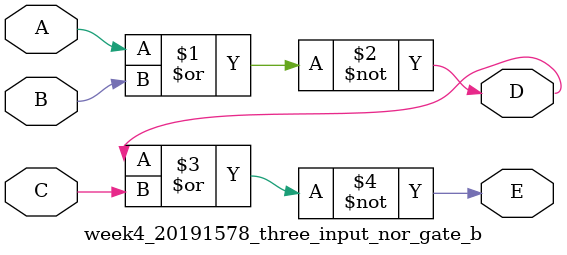
<source format=v>
`timescale 1ns / 1ps


module week4_20191578_three_input_nor_gate_b(
    input A,
    input B,
    input C,
    output D,
    output E
    );
    assign D = ~(A|B);
    assign E = ~(D|C);
endmodule

</source>
